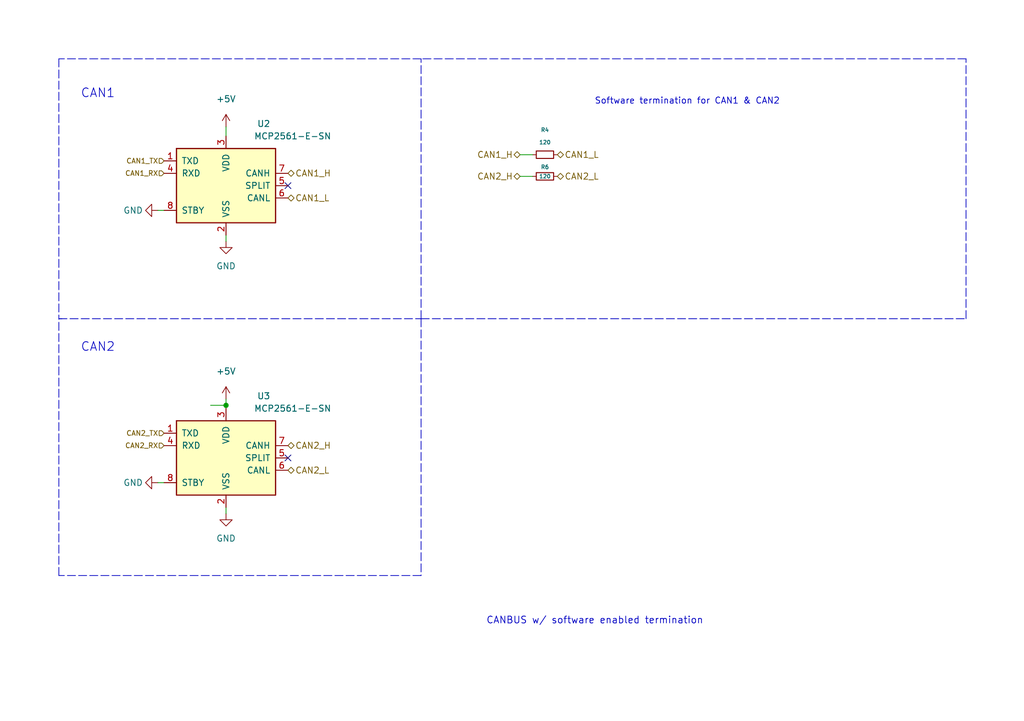
<source format=kicad_sch>
(kicad_sch (version 20211123) (generator eeschema)
  (paper "A5")
  (lib_symbols
    (symbol "Device:R_Small" (pin_numbers hide) (pin_names (offset 0.254) hide)
      (property "Reference" "R" (at 0.762 0.508 0))
      (property "Value" "R_Small" (at 0.762 -1.016 0))
      (symbol "R_Small_0_1"
        (rectangle (start -0.762 1.778) (end 0.762 -1.778) (stroke (width 0.2032)))
      )
      (symbol "R_Small_1_1"
        (pin passive line (at 0 2.54 270) (length 0.762) (name "~") (number "1"))
        (pin passive line (at 0 -2.54 90) (length 0.762) (name "~") (number "2"))
      )
    )
    (symbol "Interface_CAN_LIN:MCP2561-E-SN" (pin_names (offset 1.016))
      (property "Reference" "U" (at -10.16 8.89 0))
      (property "Value" "MCP2561-E-SN" (at 2.54 8.89 0))
      (symbol "MCP2561-E-SN_0_1"
        (rectangle (start -10.16 7.62) (end 10.16 -7.62) (stroke (width 0.254)) (fill (type background)))
      )
      (symbol "MCP2561-E-SN_1_1"
        (pin input line (at -12.7 5.08 0) (length 2.54) (name "TXD") (number "1"))
        (pin power_in line (at 0 -10.16 90) (length 2.54) (name "VSS") (number "2"))
        (pin power_in line (at 0 10.16 270) (length 2.54) (name "VDD") (number "3"))
        (pin output line (at -12.7 2.54 0) (length 2.54) (name "RXD") (number "4"))
        (pin passive line (at 12.7 0 180) (length 2.54) (name "SPLIT") (number "5"))
        (pin bidirectional line (at 12.7 -2.54 180) (length 2.54) (name "CANL") (number "6"))
        (pin bidirectional line (at 12.7 2.54 180) (length 2.54) (name "CANH") (number "7"))
        (pin input line (at -12.7 -5.08 0) (length 2.54) (name "STBY") (number "8"))
      )
    )
    (symbol "power:+5V" (power) (pin_names (offset 0))
      (property "Value" "+5V" (at 0 3.556 0))
      (symbol "+5V_0_1"
        (polyline (pts (xy -0.762 1.27) (xy 0 2.54)))
        (polyline (pts (xy 0 0) (xy 0 2.54)))
        (polyline (pts (xy 0 2.54) (xy 0.762 1.27)))
      )
      (symbol "+5V_1_1"
        (pin power_in line (at 0 0 90) (length 0) hide (name "+5V") (number "1"))
      )
    )
    (symbol "power:GND" (power) (pin_names (offset 0))
      (property "Value" "GND" (at 0 -3.81 0))
      (symbol "GND_0_1"
        (polyline (pts (xy 0 0) (xy 0 -1.27) (xy 1.27 -1.27) (xy 0 -2.54) (xy -1.27 -1.27) (xy 0 -1.27)))
      )
      (symbol "GND_1_1"
        (pin power_in line (at 0 0 270) (length 0) hide (name "GND") (number "1"))
      )
    )
  )
  (junction (at 46.355 83.185))
  (no_connect (at 59.055 93.98))
  (no_connect (at 59.055 38.1))
  (wire (pts (xy 43.18 83.185) (xy 46.355 83.185)))
  (polyline (pts (xy 86.36 65.405) (xy 86.36 118.11)))
  (polyline (pts (xy 86.36 65.405) (xy 198.12 65.405)))
  (wire (pts (xy 33.655 43.18) (xy 32.385 43.18)))
  (polyline (pts (xy 198.12 65.405) (xy 198.12 12.065)))
  (polyline (pts (xy 86.36 65.405) (xy 86.36 12.065)))
  (polyline (pts (xy 86.36 12.065) (xy 12.065 12.065)))
  (polyline (pts (xy 12.065 12.065) (xy 12.065 65.405)))
  (wire (pts (xy 106.68 36.195) (xy 109.22 36.195)))
  (wire (pts (xy 46.355 48.26) (xy 46.355 49.53)))
  (wire (pts (xy 46.355 83.185) (xy 46.355 83.82)))
  (polyline (pts (xy 12.065 65.405) (xy 12.7 65.405)))
  (polyline (pts (xy 86.36 118.11) (xy 12.065 118.11)))
  (polyline (pts (xy 12.065 118.11) (xy 12.065 65.405)))
  (wire (pts (xy 46.355 26.035) (xy 46.355 27.94)))
  (polyline (pts (xy 12.065 65.405) (xy 86.36 65.405)))
  (wire (pts (xy 46.355 81.915) (xy 46.355 83.185)))
  (wire (pts (xy 46.355 104.14) (xy 46.355 105.41)))
  (wire (pts (xy 106.68 31.75) (xy 109.22 31.75)))
  (polyline (pts (xy 198.12 12.065) (xy 86.36 12.065)))
  (wire (pts (xy 33.655 99.06) (xy 32.385 99.06)))
  (text "Software termination for CAN1 & CAN2\n" (at 121.92 21.59 0) (effects (font (size 1.27 1.27)) (justify left bottom)))
  (text "CANBUS w/ software enabled termination" (at 99.695 128.27 0) (effects (font (size 1.4 1.4)) (justify left bottom)))
  (text "CAN1" (at 16.51 20.32 0) (effects (font (size 1.8 1.8)) (justify left bottom)))
  (text "CAN2" (at 16.51 72.39 0) (effects (font (size 1.8 1.8)) (justify left bottom)))
  (hierarchical_label "CAN2_H" (shape bidirectional) (at 59.055 91.44 0))
  (hierarchical_label "CAN2_TX" (shape input) (at 33.655 88.9 180) (effects (font (size 1.016 1.016))))
  (hierarchical_label "CAN1_H" (shape bidirectional) (at 59.055 35.56 0))
  (hierarchical_label "CAN2_H" (shape bidirectional) (at 106.68 36.195 180))
  (hierarchical_label "CAN1_TX" (shape input) (at 33.655 33.02 180) (effects (font (size 1.016 1.016))))
  (hierarchical_label "CAN1_L" (shape bidirectional) (at 114.3 31.75 0))
  (hierarchical_label "CAN1_L" (shape bidirectional) (at 59.055 40.64 0))
  (hierarchical_label "CAN1_RX" (shape input) (at 33.655 35.56 180) (effects (font (size 1.016 1.016))))
  (hierarchical_label "CAN2_RX" (shape input) (at 33.655 91.44 180) (effects (font (size 1.016 1.016))))
  (hierarchical_label "CAN1_H" (shape bidirectional) (at 106.68 31.75 180))
  (hierarchical_label "CAN2_L" (shape bidirectional) (at 114.3 36.195 0))
  (hierarchical_label "CAN2_L" (shape bidirectional) (at 59.055 96.52 0))
  (symbol (lib_id "power:+5V") (at 46.355 26.035 0) (mirror y) (unit 1)
    (property "Reference" "#PWR0124" (effects hide))
    (property "Value" "+5V" (at 46.355 20.32 0))
  )
  (symbol (lib_id "power:GND") (at 46.355 49.53 0) (mirror y) (unit 1)
    (property "Reference" "#PWR0127" (effects hide))
    (property "Value" "GND" (at 46.355 54.61 0))
  )
  (symbol (lib_id "Interface_CAN_LIN:MCP2561-E-SN") (at 46.355 38.1 0) (unit 1)
    (property "Reference" "U2" (at 52.705 25.4 0) (effects (justify left)))
    (property "Value" "MCP2561-E-SN" (at 52.07 27.94 0) (effects (justify left)))
    (property "Footprint" "Package_SO:SOIC-8_3.9x4.9mm_P1.27mm" (effects hide))
    (property "Datasheet" "http://ww1.microchip.com/downloads/en/DeviceDoc/25167A.pdf" (effects hide))
  )
  (symbol (lib_id "Device:R_Small") (at 111.76 36.195 270) (unit 1)
    (property "Reference" "R6" (at 111.76 34.29 90) (effects (font (size 0.8 0.8))))
    (property "Value" "120" (at 111.76 36.195 90) (effects (font (size 0.8 0.8))))
    (property "Footprint" "Resistor_SMD:R_0402_1005Metric_Pad0.72x0.64mm_HandSolder" (effects hide))
  )
  (symbol (lib_id "power:GND") (at 32.385 99.06 270) (mirror x) (unit 1)
    (property "Reference" "#PWR0122" (effects hide))
    (property "Value" "GND" (at 27.305 99.06 90))
  )
  (symbol (lib_id "power:+5V") (at 46.355 81.915 0) (mirror y) (unit 1)
    (property "Reference" "#PWR0129" (effects hide))
    (property "Value" "+5V" (at 46.355 76.2 0))
  )
  (symbol (lib_id "power:GND") (at 32.385 43.18 270) (mirror x) (unit 1)
    (property "Reference" "#PWR0125" (effects hide))
    (property "Value" "GND" (at 27.305 43.18 90))
  )
  (symbol (lib_id "Interface_CAN_LIN:MCP2561-E-SN") (at 46.355 93.98 0) (unit 1)
    (property "Reference" "U3" (at 52.705 81.28 0) (effects (justify left)))
    (property "Value" "MCP2561-E-SN" (at 52.07 83.82 0) (effects (justify left)))
    (property "Footprint" "Package_SO:SOIC-8_3.9x4.9mm_P1.27mm" (effects hide))
    (property "Datasheet" "http://ww1.microchip.com/downloads/en/DeviceDoc/25167A.pdf" (effects hide))
  )
  (symbol (lib_id "Device:R_Small") (at 111.76 31.75 90) (unit 1)
    (property "Reference" "R4" (at 111.76 26.67 90) (effects (font (size 0.8 0.8))))
    (property "Value" "120" (at 111.76 29.21 90) (effects (font (size 0.8 0.8))))
    (property "Footprint" "Resistor_SMD:R_0402_1005Metric_Pad0.72x0.64mm_HandSolder" (effects hide))
  )
  (symbol (lib_id "power:GND") (at 46.355 105.41 0) (mirror y) (unit 1)
    (property "Reference" "#PWR0123" (effects hide))
    (property "Value" "GND" (at 46.355 110.49 0))
  )
)
</source>
